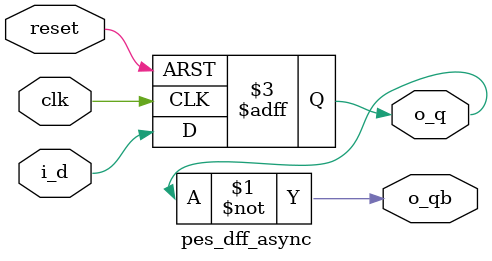
<source format=v>
module pes_dff_async (
                 i_d    ,  //input
                 clk    ,  //clock
                 reset  ,  //reset
                 o_q    ,  //output
                 o_qb      //output complement
                 )      ;

//port declaration
input i_d, clk, reset   ;
output o_q, o_qb        ; 
reg o_q                 ;

assign o_qb = ~o_q            ;              //assigning qb to be complement of q

always @ (posedge clk or posedge reset)      //sensitivity list as positive edge of clock or reset
   begin
      if (reset)                            //if reset is 1 then assigning q to be 0
         o_q <= 1'b0          ;
      else                                   //else assign q to the input
         o_q <= i_d           ;    
   end

endmodule                                    //end of d flip-flop 

</source>
